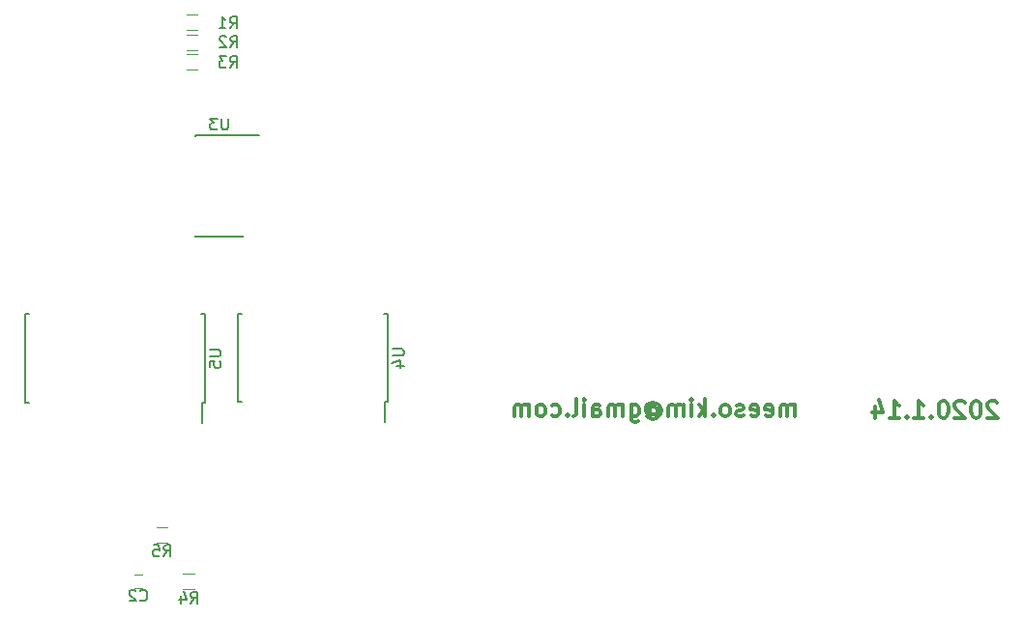
<source format=gbr>
G04 #@! TF.FileFunction,Legend,Bot*
%FSLAX46Y46*%
G04 Gerber Fmt 4.6, Leading zero omitted, Abs format (unit mm)*
G04 Created by KiCad (PCBNEW 4.0.7) date 01/15/20 01:18:49*
%MOMM*%
%LPD*%
G01*
G04 APERTURE LIST*
%ADD10C,0.100000*%
%ADD11C,0.300000*%
%ADD12C,0.120000*%
%ADD13C,0.150000*%
G04 APERTURE END LIST*
D10*
D11*
X192118570Y-85617929D02*
X192047141Y-85546500D01*
X191904284Y-85475071D01*
X191547141Y-85475071D01*
X191404284Y-85546500D01*
X191332855Y-85617929D01*
X191261427Y-85760786D01*
X191261427Y-85903643D01*
X191332855Y-86117929D01*
X192189998Y-86975071D01*
X191261427Y-86975071D01*
X190332856Y-85475071D02*
X190189999Y-85475071D01*
X190047142Y-85546500D01*
X189975713Y-85617929D01*
X189904284Y-85760786D01*
X189832856Y-86046500D01*
X189832856Y-86403643D01*
X189904284Y-86689357D01*
X189975713Y-86832214D01*
X190047142Y-86903643D01*
X190189999Y-86975071D01*
X190332856Y-86975071D01*
X190475713Y-86903643D01*
X190547142Y-86832214D01*
X190618570Y-86689357D01*
X190689999Y-86403643D01*
X190689999Y-86046500D01*
X190618570Y-85760786D01*
X190547142Y-85617929D01*
X190475713Y-85546500D01*
X190332856Y-85475071D01*
X189261428Y-85617929D02*
X189189999Y-85546500D01*
X189047142Y-85475071D01*
X188689999Y-85475071D01*
X188547142Y-85546500D01*
X188475713Y-85617929D01*
X188404285Y-85760786D01*
X188404285Y-85903643D01*
X188475713Y-86117929D01*
X189332856Y-86975071D01*
X188404285Y-86975071D01*
X187475714Y-85475071D02*
X187332857Y-85475071D01*
X187190000Y-85546500D01*
X187118571Y-85617929D01*
X187047142Y-85760786D01*
X186975714Y-86046500D01*
X186975714Y-86403643D01*
X187047142Y-86689357D01*
X187118571Y-86832214D01*
X187190000Y-86903643D01*
X187332857Y-86975071D01*
X187475714Y-86975071D01*
X187618571Y-86903643D01*
X187690000Y-86832214D01*
X187761428Y-86689357D01*
X187832857Y-86403643D01*
X187832857Y-86046500D01*
X187761428Y-85760786D01*
X187690000Y-85617929D01*
X187618571Y-85546500D01*
X187475714Y-85475071D01*
X186332857Y-86832214D02*
X186261429Y-86903643D01*
X186332857Y-86975071D01*
X186404286Y-86903643D01*
X186332857Y-86832214D01*
X186332857Y-86975071D01*
X184832857Y-86975071D02*
X185690000Y-86975071D01*
X185261428Y-86975071D02*
X185261428Y-85475071D01*
X185404285Y-85689357D01*
X185547143Y-85832214D01*
X185690000Y-85903643D01*
X184190000Y-86832214D02*
X184118572Y-86903643D01*
X184190000Y-86975071D01*
X184261429Y-86903643D01*
X184190000Y-86832214D01*
X184190000Y-86975071D01*
X182690000Y-86975071D02*
X183547143Y-86975071D01*
X183118571Y-86975071D02*
X183118571Y-85475071D01*
X183261428Y-85689357D01*
X183404286Y-85832214D01*
X183547143Y-85903643D01*
X181404286Y-85975071D02*
X181404286Y-86975071D01*
X181761429Y-85403643D02*
X182118572Y-86475071D01*
X181190000Y-86475071D01*
X174401214Y-86848071D02*
X174401214Y-85848071D01*
X174401214Y-85990929D02*
X174329786Y-85919500D01*
X174186928Y-85848071D01*
X173972643Y-85848071D01*
X173829786Y-85919500D01*
X173758357Y-86062357D01*
X173758357Y-86848071D01*
X173758357Y-86062357D02*
X173686928Y-85919500D01*
X173544071Y-85848071D01*
X173329786Y-85848071D01*
X173186928Y-85919500D01*
X173115500Y-86062357D01*
X173115500Y-86848071D01*
X171829786Y-86776643D02*
X171972643Y-86848071D01*
X172258357Y-86848071D01*
X172401214Y-86776643D01*
X172472643Y-86633786D01*
X172472643Y-86062357D01*
X172401214Y-85919500D01*
X172258357Y-85848071D01*
X171972643Y-85848071D01*
X171829786Y-85919500D01*
X171758357Y-86062357D01*
X171758357Y-86205214D01*
X172472643Y-86348071D01*
X170544072Y-86776643D02*
X170686929Y-86848071D01*
X170972643Y-86848071D01*
X171115500Y-86776643D01*
X171186929Y-86633786D01*
X171186929Y-86062357D01*
X171115500Y-85919500D01*
X170972643Y-85848071D01*
X170686929Y-85848071D01*
X170544072Y-85919500D01*
X170472643Y-86062357D01*
X170472643Y-86205214D01*
X171186929Y-86348071D01*
X169901215Y-86776643D02*
X169758358Y-86848071D01*
X169472643Y-86848071D01*
X169329786Y-86776643D01*
X169258358Y-86633786D01*
X169258358Y-86562357D01*
X169329786Y-86419500D01*
X169472643Y-86348071D01*
X169686929Y-86348071D01*
X169829786Y-86276643D01*
X169901215Y-86133786D01*
X169901215Y-86062357D01*
X169829786Y-85919500D01*
X169686929Y-85848071D01*
X169472643Y-85848071D01*
X169329786Y-85919500D01*
X168401214Y-86848071D02*
X168544072Y-86776643D01*
X168615500Y-86705214D01*
X168686929Y-86562357D01*
X168686929Y-86133786D01*
X168615500Y-85990929D01*
X168544072Y-85919500D01*
X168401214Y-85848071D01*
X168186929Y-85848071D01*
X168044072Y-85919500D01*
X167972643Y-85990929D01*
X167901214Y-86133786D01*
X167901214Y-86562357D01*
X167972643Y-86705214D01*
X168044072Y-86776643D01*
X168186929Y-86848071D01*
X168401214Y-86848071D01*
X167258357Y-86705214D02*
X167186929Y-86776643D01*
X167258357Y-86848071D01*
X167329786Y-86776643D01*
X167258357Y-86705214D01*
X167258357Y-86848071D01*
X166544071Y-86848071D02*
X166544071Y-85348071D01*
X166401214Y-86276643D02*
X165972643Y-86848071D01*
X165972643Y-85848071D02*
X166544071Y-86419500D01*
X165329785Y-86848071D02*
X165329785Y-85848071D01*
X165329785Y-85348071D02*
X165401214Y-85419500D01*
X165329785Y-85490929D01*
X165258357Y-85419500D01*
X165329785Y-85348071D01*
X165329785Y-85490929D01*
X164615499Y-86848071D02*
X164615499Y-85848071D01*
X164615499Y-85990929D02*
X164544071Y-85919500D01*
X164401213Y-85848071D01*
X164186928Y-85848071D01*
X164044071Y-85919500D01*
X163972642Y-86062357D01*
X163972642Y-86848071D01*
X163972642Y-86062357D02*
X163901213Y-85919500D01*
X163758356Y-85848071D01*
X163544071Y-85848071D01*
X163401213Y-85919500D01*
X163329785Y-86062357D01*
X163329785Y-86848071D01*
X161686928Y-86133786D02*
X161758356Y-86062357D01*
X161901213Y-85990929D01*
X162044071Y-85990929D01*
X162186928Y-86062357D01*
X162258356Y-86133786D01*
X162329785Y-86276643D01*
X162329785Y-86419500D01*
X162258356Y-86562357D01*
X162186928Y-86633786D01*
X162044071Y-86705214D01*
X161901213Y-86705214D01*
X161758356Y-86633786D01*
X161686928Y-86562357D01*
X161686928Y-85990929D02*
X161686928Y-86562357D01*
X161615499Y-86633786D01*
X161544071Y-86633786D01*
X161401213Y-86562357D01*
X161329785Y-86419500D01*
X161329785Y-86062357D01*
X161472642Y-85848071D01*
X161686928Y-85705214D01*
X161972642Y-85633786D01*
X162258356Y-85705214D01*
X162472642Y-85848071D01*
X162615499Y-86062357D01*
X162686928Y-86348071D01*
X162615499Y-86633786D01*
X162472642Y-86848071D01*
X162258356Y-86990929D01*
X161972642Y-87062357D01*
X161686928Y-86990929D01*
X161472642Y-86848071D01*
X160044071Y-85848071D02*
X160044071Y-87062357D01*
X160115500Y-87205214D01*
X160186928Y-87276643D01*
X160329785Y-87348071D01*
X160544071Y-87348071D01*
X160686928Y-87276643D01*
X160044071Y-86776643D02*
X160186928Y-86848071D01*
X160472642Y-86848071D01*
X160615500Y-86776643D01*
X160686928Y-86705214D01*
X160758357Y-86562357D01*
X160758357Y-86133786D01*
X160686928Y-85990929D01*
X160615500Y-85919500D01*
X160472642Y-85848071D01*
X160186928Y-85848071D01*
X160044071Y-85919500D01*
X159329785Y-86848071D02*
X159329785Y-85848071D01*
X159329785Y-85990929D02*
X159258357Y-85919500D01*
X159115499Y-85848071D01*
X158901214Y-85848071D01*
X158758357Y-85919500D01*
X158686928Y-86062357D01*
X158686928Y-86848071D01*
X158686928Y-86062357D02*
X158615499Y-85919500D01*
X158472642Y-85848071D01*
X158258357Y-85848071D01*
X158115499Y-85919500D01*
X158044071Y-86062357D01*
X158044071Y-86848071D01*
X156686928Y-86848071D02*
X156686928Y-86062357D01*
X156758357Y-85919500D01*
X156901214Y-85848071D01*
X157186928Y-85848071D01*
X157329785Y-85919500D01*
X156686928Y-86776643D02*
X156829785Y-86848071D01*
X157186928Y-86848071D01*
X157329785Y-86776643D01*
X157401214Y-86633786D01*
X157401214Y-86490929D01*
X157329785Y-86348071D01*
X157186928Y-86276643D01*
X156829785Y-86276643D01*
X156686928Y-86205214D01*
X155972642Y-86848071D02*
X155972642Y-85848071D01*
X155972642Y-85348071D02*
X156044071Y-85419500D01*
X155972642Y-85490929D01*
X155901214Y-85419500D01*
X155972642Y-85348071D01*
X155972642Y-85490929D01*
X155044070Y-86848071D02*
X155186928Y-86776643D01*
X155258356Y-86633786D01*
X155258356Y-85348071D01*
X154472642Y-86705214D02*
X154401214Y-86776643D01*
X154472642Y-86848071D01*
X154544071Y-86776643D01*
X154472642Y-86705214D01*
X154472642Y-86848071D01*
X153115499Y-86776643D02*
X153258356Y-86848071D01*
X153544070Y-86848071D01*
X153686928Y-86776643D01*
X153758356Y-86705214D01*
X153829785Y-86562357D01*
X153829785Y-86133786D01*
X153758356Y-85990929D01*
X153686928Y-85919500D01*
X153544070Y-85848071D01*
X153258356Y-85848071D01*
X153115499Y-85919500D01*
X152258356Y-86848071D02*
X152401214Y-86776643D01*
X152472642Y-86705214D01*
X152544071Y-86562357D01*
X152544071Y-86133786D01*
X152472642Y-85990929D01*
X152401214Y-85919500D01*
X152258356Y-85848071D01*
X152044071Y-85848071D01*
X151901214Y-85919500D01*
X151829785Y-85990929D01*
X151758356Y-86133786D01*
X151758356Y-86562357D01*
X151829785Y-86705214D01*
X151901214Y-86776643D01*
X152044071Y-86848071D01*
X152258356Y-86848071D01*
X151115499Y-86848071D02*
X151115499Y-85848071D01*
X151115499Y-85990929D02*
X151044071Y-85919500D01*
X150901213Y-85848071D01*
X150686928Y-85848071D01*
X150544071Y-85919500D01*
X150472642Y-86062357D01*
X150472642Y-86848071D01*
X150472642Y-86062357D02*
X150401213Y-85919500D01*
X150258356Y-85848071D01*
X150044071Y-85848071D01*
X149901213Y-85919500D01*
X149829785Y-86062357D01*
X149829785Y-86848071D01*
D12*
X116551000Y-101946000D02*
X117251000Y-101946000D01*
X117251000Y-100746000D02*
X116551000Y-100746000D01*
X122102000Y-51644000D02*
X121102000Y-51644000D01*
X121102000Y-53004000D02*
X122102000Y-53004000D01*
X122102000Y-53358500D02*
X121102000Y-53358500D01*
X121102000Y-54718500D02*
X122102000Y-54718500D01*
X122102000Y-55073000D02*
X121102000Y-55073000D01*
X121102000Y-56433000D02*
X122102000Y-56433000D01*
X121828000Y-100666000D02*
X120828000Y-100666000D01*
X120828000Y-102026000D02*
X121828000Y-102026000D01*
X119478000Y-96538500D02*
X118478000Y-96538500D01*
X118478000Y-97898500D02*
X119478000Y-97898500D01*
D13*
X126085000Y-62199600D02*
X126085000Y-62224600D01*
X121935000Y-62199600D02*
X121935000Y-62314600D01*
X121935000Y-71099600D02*
X121935000Y-70984600D01*
X126085000Y-71099600D02*
X126085000Y-70984600D01*
X126085000Y-62199600D02*
X121935000Y-62199600D01*
X126085000Y-71099600D02*
X121935000Y-71099600D01*
X126085000Y-62224600D02*
X127460000Y-62224600D01*
X138782000Y-85587800D02*
X138532000Y-85587800D01*
X138782000Y-77837800D02*
X138447000Y-77837800D01*
X125632000Y-77837800D02*
X125967000Y-77837800D01*
X125632000Y-85587800D02*
X125967000Y-85587800D01*
X138782000Y-85587800D02*
X138782000Y-77837800D01*
X125632000Y-85587800D02*
X125632000Y-77837800D01*
X138532000Y-85587800D02*
X138532000Y-87387800D01*
X122759000Y-85638600D02*
X122484000Y-85638600D01*
X122759000Y-77888600D02*
X122394000Y-77888600D01*
X107009000Y-77888600D02*
X107374000Y-77888600D01*
X107009000Y-85638600D02*
X107374000Y-85638600D01*
X122759000Y-85638600D02*
X122759000Y-77888600D01*
X107009000Y-85638600D02*
X107009000Y-77888600D01*
X122484000Y-85638600D02*
X122484000Y-87463600D01*
X117067666Y-102953143D02*
X117115285Y-103000762D01*
X117258142Y-103048381D01*
X117353380Y-103048381D01*
X117496238Y-103000762D01*
X117591476Y-102905524D01*
X117639095Y-102810286D01*
X117686714Y-102619810D01*
X117686714Y-102476952D01*
X117639095Y-102286476D01*
X117591476Y-102191238D01*
X117496238Y-102096000D01*
X117353380Y-102048381D01*
X117258142Y-102048381D01*
X117115285Y-102096000D01*
X117067666Y-102143619D01*
X116686714Y-102143619D02*
X116639095Y-102096000D01*
X116543857Y-102048381D01*
X116305761Y-102048381D01*
X116210523Y-102096000D01*
X116162904Y-102143619D01*
X116115285Y-102238857D01*
X116115285Y-102334095D01*
X116162904Y-102476952D01*
X116734333Y-103048381D01*
X116115285Y-103048381D01*
X124931466Y-52827181D02*
X125264800Y-52350990D01*
X125502895Y-52827181D02*
X125502895Y-51827181D01*
X125121942Y-51827181D01*
X125026704Y-51874800D01*
X124979085Y-51922419D01*
X124931466Y-52017657D01*
X124931466Y-52160514D01*
X124979085Y-52255752D01*
X125026704Y-52303371D01*
X125121942Y-52350990D01*
X125502895Y-52350990D01*
X123979085Y-52827181D02*
X124550514Y-52827181D01*
X124264800Y-52827181D02*
X124264800Y-51827181D01*
X124360038Y-51970038D01*
X124455276Y-52065276D01*
X124550514Y-52112895D01*
X124982266Y-54503581D02*
X125315600Y-54027390D01*
X125553695Y-54503581D02*
X125553695Y-53503581D01*
X125172742Y-53503581D01*
X125077504Y-53551200D01*
X125029885Y-53598819D01*
X124982266Y-53694057D01*
X124982266Y-53836914D01*
X125029885Y-53932152D01*
X125077504Y-53979771D01*
X125172742Y-54027390D01*
X125553695Y-54027390D01*
X124601314Y-53598819D02*
X124553695Y-53551200D01*
X124458457Y-53503581D01*
X124220361Y-53503581D01*
X124125123Y-53551200D01*
X124077504Y-53598819D01*
X124029885Y-53694057D01*
X124029885Y-53789295D01*
X124077504Y-53932152D01*
X124648933Y-54503581D01*
X124029885Y-54503581D01*
X124931466Y-56281581D02*
X125264800Y-55805390D01*
X125502895Y-56281581D02*
X125502895Y-55281581D01*
X125121942Y-55281581D01*
X125026704Y-55329200D01*
X124979085Y-55376819D01*
X124931466Y-55472057D01*
X124931466Y-55614914D01*
X124979085Y-55710152D01*
X125026704Y-55757771D01*
X125121942Y-55805390D01*
X125502895Y-55805390D01*
X124598133Y-55281581D02*
X123979085Y-55281581D01*
X124312419Y-55662533D01*
X124169561Y-55662533D01*
X124074323Y-55710152D01*
X124026704Y-55757771D01*
X123979085Y-55853010D01*
X123979085Y-56091105D01*
X124026704Y-56186343D01*
X124074323Y-56233962D01*
X124169561Y-56281581D01*
X124455276Y-56281581D01*
X124550514Y-56233962D01*
X124598133Y-56186343D01*
X121494666Y-103248381D02*
X121828000Y-102772190D01*
X122066095Y-103248381D02*
X122066095Y-102248381D01*
X121685142Y-102248381D01*
X121589904Y-102296000D01*
X121542285Y-102343619D01*
X121494666Y-102438857D01*
X121494666Y-102581714D01*
X121542285Y-102676952D01*
X121589904Y-102724571D01*
X121685142Y-102772190D01*
X122066095Y-102772190D01*
X120637523Y-102581714D02*
X120637523Y-103248381D01*
X120875619Y-102200762D02*
X121113714Y-102915048D01*
X120494666Y-102915048D01*
X119144666Y-99120881D02*
X119478000Y-98644690D01*
X119716095Y-99120881D02*
X119716095Y-98120881D01*
X119335142Y-98120881D01*
X119239904Y-98168500D01*
X119192285Y-98216119D01*
X119144666Y-98311357D01*
X119144666Y-98454214D01*
X119192285Y-98549452D01*
X119239904Y-98597071D01*
X119335142Y-98644690D01*
X119716095Y-98644690D01*
X118239904Y-98120881D02*
X118716095Y-98120881D01*
X118763714Y-98597071D01*
X118716095Y-98549452D01*
X118620857Y-98501833D01*
X118382761Y-98501833D01*
X118287523Y-98549452D01*
X118239904Y-98597071D01*
X118192285Y-98692310D01*
X118192285Y-98930405D01*
X118239904Y-99025643D01*
X118287523Y-99073262D01*
X118382761Y-99120881D01*
X118620857Y-99120881D01*
X118716095Y-99073262D01*
X118763714Y-99025643D01*
X124771905Y-60726981D02*
X124771905Y-61536505D01*
X124724286Y-61631743D01*
X124676667Y-61679362D01*
X124581429Y-61726981D01*
X124390952Y-61726981D01*
X124295714Y-61679362D01*
X124248095Y-61631743D01*
X124200476Y-61536505D01*
X124200476Y-60726981D01*
X123819524Y-60726981D02*
X123200476Y-60726981D01*
X123533810Y-61107933D01*
X123390952Y-61107933D01*
X123295714Y-61155552D01*
X123248095Y-61203171D01*
X123200476Y-61298410D01*
X123200476Y-61536505D01*
X123248095Y-61631743D01*
X123295714Y-61679362D01*
X123390952Y-61726981D01*
X123676667Y-61726981D01*
X123771905Y-61679362D01*
X123819524Y-61631743D01*
X139159381Y-80950895D02*
X139968905Y-80950895D01*
X140064143Y-80998514D01*
X140111762Y-81046133D01*
X140159381Y-81141371D01*
X140159381Y-81331848D01*
X140111762Y-81427086D01*
X140064143Y-81474705D01*
X139968905Y-81522324D01*
X139159381Y-81522324D01*
X139492714Y-82427086D02*
X140159381Y-82427086D01*
X139111762Y-82188990D02*
X139826048Y-81950895D01*
X139826048Y-82569943D01*
X123136381Y-81001695D02*
X123945905Y-81001695D01*
X124041143Y-81049314D01*
X124088762Y-81096933D01*
X124136381Y-81192171D01*
X124136381Y-81382648D01*
X124088762Y-81477886D01*
X124041143Y-81525505D01*
X123945905Y-81573124D01*
X123136381Y-81573124D01*
X123136381Y-82525505D02*
X123136381Y-82049314D01*
X123612571Y-82001695D01*
X123564952Y-82049314D01*
X123517333Y-82144552D01*
X123517333Y-82382648D01*
X123564952Y-82477886D01*
X123612571Y-82525505D01*
X123707810Y-82573124D01*
X123945905Y-82573124D01*
X124041143Y-82525505D01*
X124088762Y-82477886D01*
X124136381Y-82382648D01*
X124136381Y-82144552D01*
X124088762Y-82049314D01*
X124041143Y-82001695D01*
M02*

</source>
